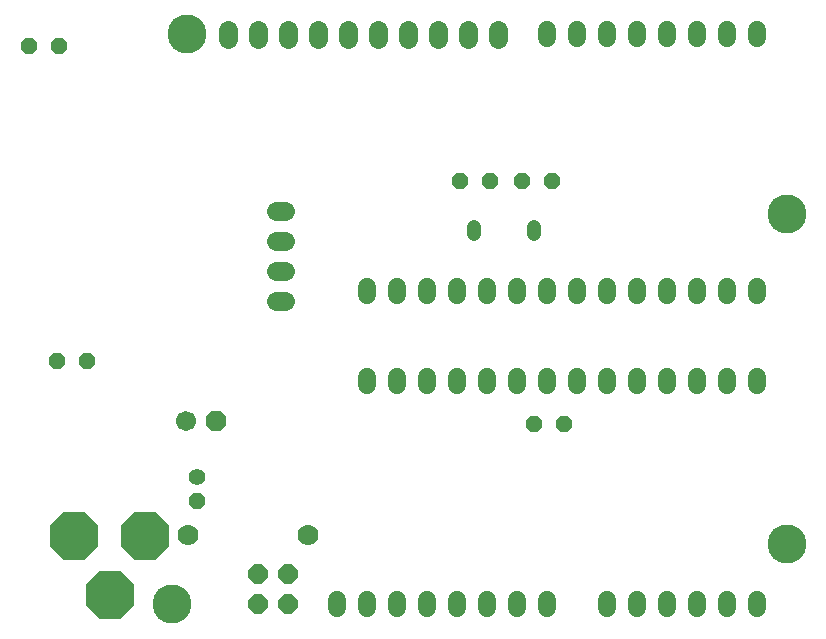
<source format=gbs>
G75*
%MOIN*%
%OFA0B0*%
%FSLAX25Y25*%
%IPPOS*%
%LPD*%
%AMOC8*
5,1,8,0,0,1.08239X$1,22.5*
%
%ADD10C,0.12998*%
%ADD11C,0.06000*%
%ADD12OC8,0.16148*%
%ADD13C,0.08077*%
%ADD14C,0.04800*%
%ADD15OC8,0.05600*%
%ADD16OC8,0.06700*%
%ADD17C,0.06700*%
%ADD18C,0.05600*%
%ADD19C,0.07000*%
%ADD20C,0.06400*%
%ADD21OC8,0.06400*%
D10*
X0145480Y0015500D03*
X0350480Y0035500D03*
X0350480Y0145500D03*
X0150480Y0205500D03*
D11*
X0270480Y0206900D02*
X0270480Y0204100D01*
X0280480Y0204100D02*
X0280480Y0206900D01*
X0290480Y0206900D02*
X0290480Y0204100D01*
X0300480Y0204100D02*
X0300480Y0206900D01*
X0310480Y0206900D02*
X0310480Y0204100D01*
X0320480Y0204100D02*
X0320480Y0206900D01*
X0330480Y0206900D02*
X0330480Y0204100D01*
X0340480Y0204100D02*
X0340480Y0206900D01*
X0340480Y0121400D02*
X0340480Y0118600D01*
X0330480Y0118600D02*
X0330480Y0121400D01*
X0320480Y0121400D02*
X0320480Y0118600D01*
X0310480Y0118600D02*
X0310480Y0121400D01*
X0300480Y0121400D02*
X0300480Y0118600D01*
X0290480Y0118600D02*
X0290480Y0121400D01*
X0280480Y0121400D02*
X0280480Y0118600D01*
X0270480Y0118600D02*
X0270480Y0121400D01*
X0260480Y0121400D02*
X0260480Y0118600D01*
X0250480Y0118600D02*
X0250480Y0121400D01*
X0240480Y0121400D02*
X0240480Y0118600D01*
X0230480Y0118600D02*
X0230480Y0121400D01*
X0220480Y0121400D02*
X0220480Y0118600D01*
X0210480Y0118600D02*
X0210480Y0121400D01*
X0210480Y0091400D02*
X0210480Y0088600D01*
X0220480Y0088600D02*
X0220480Y0091400D01*
X0230480Y0091400D02*
X0230480Y0088600D01*
X0240480Y0088600D02*
X0240480Y0091400D01*
X0250480Y0091400D02*
X0250480Y0088600D01*
X0260480Y0088600D02*
X0260480Y0091400D01*
X0270480Y0091400D02*
X0270480Y0088600D01*
X0280480Y0088600D02*
X0280480Y0091400D01*
X0290480Y0091400D02*
X0290480Y0088600D01*
X0300480Y0088600D02*
X0300480Y0091400D01*
X0310480Y0091400D02*
X0310480Y0088600D01*
X0320480Y0088600D02*
X0320480Y0091400D01*
X0330480Y0091400D02*
X0330480Y0088600D01*
X0340480Y0088600D02*
X0340480Y0091400D01*
X0340480Y0016900D02*
X0340480Y0014100D01*
X0330480Y0014100D02*
X0330480Y0016900D01*
X0320480Y0016900D02*
X0320480Y0014100D01*
X0310480Y0014100D02*
X0310480Y0016900D01*
X0300480Y0016900D02*
X0300480Y0014100D01*
X0290480Y0014100D02*
X0290480Y0016900D01*
X0270480Y0016900D02*
X0270480Y0014100D01*
X0260480Y0014100D02*
X0260480Y0016900D01*
X0250480Y0016900D02*
X0250480Y0014100D01*
X0240480Y0014100D02*
X0240480Y0016900D01*
X0230480Y0016900D02*
X0230480Y0014100D01*
X0220480Y0014100D02*
X0220480Y0016900D01*
X0210480Y0016900D02*
X0210480Y0014100D01*
X0200480Y0014100D02*
X0200480Y0016900D01*
D12*
X0136480Y0038200D03*
X0112880Y0038200D03*
X0124680Y0018500D03*
D13*
X0112880Y0035200D03*
X0112880Y0041200D03*
X0136480Y0041200D03*
X0136480Y0035200D03*
X0127680Y0018500D03*
X0121680Y0018500D03*
D14*
X0245980Y0138900D02*
X0245980Y0141100D01*
X0265980Y0141100D02*
X0265980Y0138900D01*
D15*
X0262230Y0156500D03*
X0272230Y0156500D03*
X0251480Y0156500D03*
X0241480Y0156500D03*
X0116980Y0096500D03*
X0106980Y0096500D03*
X0153730Y0050000D03*
X0265980Y0075500D03*
X0275980Y0075500D03*
X0107730Y0201500D03*
X0097730Y0201500D03*
D16*
X0159980Y0076500D03*
D17*
X0149980Y0076500D03*
D18*
X0153730Y0058000D03*
D19*
X0150730Y0038500D03*
X0190730Y0038500D03*
D20*
X0183230Y0116750D02*
X0180230Y0116750D01*
X0180230Y0126750D02*
X0183230Y0126750D01*
X0183230Y0136750D02*
X0180230Y0136750D01*
X0180230Y0146750D02*
X0183230Y0146750D01*
X0184230Y0204000D02*
X0184230Y0207000D01*
X0174230Y0207000D02*
X0174230Y0204000D01*
X0164230Y0204000D02*
X0164230Y0207000D01*
X0194230Y0207000D02*
X0194230Y0204000D01*
X0204230Y0204000D02*
X0204230Y0207000D01*
X0214230Y0207000D02*
X0214230Y0204000D01*
X0224230Y0204000D02*
X0224230Y0207000D01*
X0234230Y0207000D02*
X0234230Y0204000D01*
X0244230Y0204000D02*
X0244230Y0207000D01*
X0254230Y0207000D02*
X0254230Y0204000D01*
D21*
X0184230Y0025500D03*
X0174230Y0025500D03*
X0174230Y0015500D03*
X0184230Y0015500D03*
M02*

</source>
